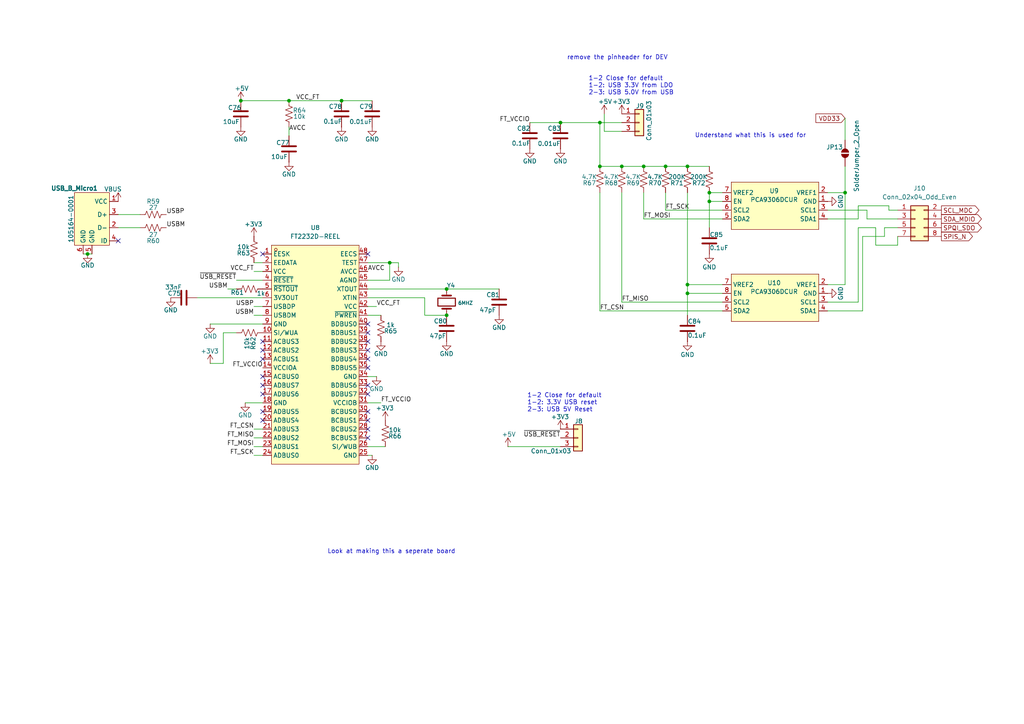
<source format=kicad_sch>
(kicad_sch (version 20250114) (generator "eeschema") (generator_version "9.0")
  (paper "A4")
  (title_block (date "2025-04-01") (rev "1") (company "Bronco Space") (comment 1 "SCALES") (comment 2 "By John Pollak"))
  (lib_symbols
    (symbol "Connector_Generic:Conn_01x03" (pin_names (offset 1.016) (hide yes))
      (property "Reference" "J" (at 0 5.08 0))
      (property "Value" "Conn_01x03" (at 0 -5.08 0))
      (symbol "Conn_01x03_1_1"
        (rectangle (start -1.27 3.81) (end 1.27 -3.81) (stroke (width 0.254)) (fill (type background)))
        (rectangle (start -1.27 2.667) (end 0 2.413) (stroke (width 0.1524)))
        (rectangle (start -1.27 0.127) (end 0 -0.127) (stroke (width 0.1524)))
        (rectangle (start -1.27 -2.413) (end 0 -2.667) (stroke (width 0.1524)))
        (pin passive line (at -5.08 2.54 0) (length 3.81) (name "Pin_1") (number "1"))
        (pin passive line (at -5.08 0 0) (length 3.81) (name "Pin_2") (number "2"))
        (pin passive line (at -5.08 -2.54 0) (length 3.81) (name "Pin_3") (number "3"))
      )
    )
    (symbol "Connector_Generic:Conn_02x04_Odd_Even" (pin_names (offset 1.016) (hide yes))
      (property "Reference" "J" (at 1.27 5.08 0))
      (property "Value" "Conn_02x04_Odd_Even" (at 1.27 -7.62 0))
      (symbol "Conn_02x04_Odd_Even_1_1"
        (rectangle (start -1.27 3.81) (end 3.81 -6.35) (stroke (width 0.254)) (fill (type background)))
        (rectangle (start -1.27 2.667) (end 0 2.413) (stroke (width 0.1524)))
        (rectangle (start -1.27 0.127) (end 0 -0.127) (stroke (width 0.1524)))
        (rectangle (start -1.27 -2.413) (end 0 -2.667) (stroke (width 0.1524)))
        (rectangle (start -1.27 -4.953) (end 0 -5.207) (stroke (width 0.1524)))
        (rectangle (start 3.81 2.667) (end 2.54 2.413) (stroke (width 0.1524)))
        (rectangle (start 3.81 0.127) (end 2.54 -0.127) (stroke (width 0.1524)))
        (rectangle (start 3.81 -2.413) (end 2.54 -2.667) (stroke (width 0.1524)))
        (rectangle (start 3.81 -4.953) (end 2.54 -5.207) (stroke (width 0.1524)))
        (pin passive line (at -5.08 2.54 0) (length 3.81) (name "Pin_1") (number "1"))
        (pin passive line (at -5.08 0 0) (length 3.81) (name "Pin_3") (number "3"))
        (pin passive line (at -5.08 -2.54 0) (length 3.81) (name "Pin_5") (number "5"))
        (pin passive line (at -5.08 -5.08 0) (length 3.81) (name "Pin_7") (number "7"))
        (pin passive line (at 7.62 2.54 180) (length 3.81) (name "Pin_2") (number "2"))
        (pin passive line (at 7.62 0 180) (length 3.81) (name "Pin_4") (number "4"))
        (pin passive line (at 7.62 -2.54 180) (length 3.81) (name "Pin_6") (number "6"))
        (pin passive line (at 7.62 -5.08 180) (length 3.81) (name "Pin_8") (number "8"))
      )
    )
    (symbol "Device:C" (pin_numbers (hide yes)) (pin_names (offset 0.254))
      (property "Reference" "C" (at 0.635 2.54 0))
      (property "Value" "C" (at 0.635 -2.54 0))
      (symbol "C_0_1"
        (polyline (pts (xy -2.032 0.762) (xy 2.032 0.762)) (stroke (width 0.508)))
        (polyline (pts (xy -2.032 -0.762) (xy 2.032 -0.762)) (stroke (width 0.508)))
      )
      (symbol "C_1_1"
        (pin passive line (at 0 3.81 270) (length 2.794) (name "~") (number "1"))
        (pin passive line (at 0 -3.81 90) (length 2.794) (name "~") (number "2"))
      )
    )
    (symbol "Device:Crystal" (pin_numbers (hide yes)) (pin_names (offset 1.016) (hide yes))
      (property "Reference" "Y" (at 0 3.81 0))
      (property "Value" "Crystal" (at 0 -3.81 0))
      (symbol "Crystal_0_1"
        (polyline (pts (xy -2.54 0) (xy -1.905 0)))
        (polyline (pts (xy -1.905 -1.27) (xy -1.905 1.27)) (stroke (width 0.508)))
        (rectangle (start -1.143 2.54) (end 1.143 -2.54) (stroke (width 0.3048)))
        (polyline (pts (xy 1.905 -1.27) (xy 1.905 1.27)) (stroke (width 0.508)))
        (polyline (pts (xy 2.54 0) (xy 1.905 0)))
      )
      (symbol "Crystal_1_1"
        (pin passive line (at -3.81 0 0) (length 1.27) (name "1") (number "1"))
        (pin passive line (at 3.81 0 180) (length 1.27) (name "2") (number "2"))
      )
    )
    (symbol "Device:R_US" (pin_numbers (hide yes)) (pin_names (offset 0))
      (property "Reference" "R" (at 2.54 0 90))
      (property "Value" "R_US" (at -2.54 0 90))
      (symbol "R_US_0_1"
        (polyline (pts (xy 0 2.286) (xy 0 2.54)))
        (polyline (pts (xy 0 2.286) (xy 1.016 1.905) (xy 0 1.524) (xy -1.016 1.143) (xy 0 0.762)))
        (polyline (pts (xy 0 0.762) (xy 1.016 0.381) (xy 0 0) (xy -1.016 -0.381) (xy 0 -0.762)))
        (polyline (pts (xy 0 -0.762) (xy 1.016 -1.143) (xy 0 -1.524) (xy -1.016 -1.905) (xy 0 -2.286)))
        (polyline (pts (xy 0 -2.286) (xy 0 -2.54)))
      )
      (symbol "R_US_1_1"
        (pin passive line (at 0 3.81 270) (length 1.27) (name "~") (number "1"))
        (pin passive line (at 0 -3.81 90) (length 1.27) (name "~") (number "2"))
      )
    )
    (symbol "PCA9306DCUR_1"
      (property "Reference" "U8" (at -0.254 4.318 0))
      (property "Value" "PCA9306DCUR" (at -0.254 1.778 0))
      (symbol "PCA9306DCUR_1_0_1"
        (rectangle (start -12.7 6.86) (end 12.7 -6.86) (fill (type background)))
        (pin unspecified line (at -15.24 3.81 0) (length 2.54) (name "VREF2") (number "7"))
        (pin unspecified line (at -15.24 1.27 0) (length 2.54) (name "EN") (number "8"))
        (pin unspecified line (at -15.24 -1.27 0) (length 2.54) (name "SCL2") (number "6"))
        (pin unspecified line (at -15.24 -3.81 0) (length 2.54) (name "SDA2") (number "5"))
        (pin unspecified line (at 15.24 3.81 180) (length 2.54) (name "VREF1") (number "2"))
        (pin unspecified line (at 15.24 1.27 180) (length 2.54) (name "GND") (number "1"))
        (pin unspecified line (at 15.24 -1.27 180) (length 2.54) (name "SCL1") (number "3"))
        (pin unspecified line (at 15.24 -3.81 180) (length 2.54) (name "SDA1") (number "4"))
      )
    )
    (symbol "SolderJumper_2_Open_1" (pin_numbers (hide yes)) (pin_names (offset 0) (hide yes)) (exclude_from_sim yes) (in_bom no)
      (property "Reference" "JP5" (at 0 -2.286 0))
      (property "Value" "SolderJumper_2_Open" (at 0.762 2.032 0))
      (symbol "SolderJumper_2_Open_1_0_1"
        (polyline (pts (xy -0.254 1.016) (xy -0.254 -1.016)))
        (arc (start -0.254 -1.016) (mid -1.2656 0) (end -0.254 1.016))
        (arc (start -0.254 -1.016) (mid -1.2656 0) (end -0.254 1.016) (fill (type outline)))
        (arc (start 0.254 1.016) (mid 1.2656 0) (end 0.254 -1.016))
        (arc (start 0.254 1.016) (mid 1.2656 0) (end 0.254 -1.016) (fill (type outline)))
        (polyline (pts (xy 0.254 1.016) (xy 0.254 -1.016)))
      )
      (symbol "SolderJumper_2_Open_1_1_1"
        (pin passive line (at -3.81 0 0) (length 2.54) (name "A") (number "1"))
        (pin passive line (at 3.81 0 180) (length 2.54) (name "B") (number "2"))
      )
    )
    (symbol "easyeda2kicad:105164-0001"
      (property "Reference" "USB_B_Micro" (at -3.048 11.176 0))
      (property "Value" "105164-0001" (at -8.636 2.54 90))
      (symbol "105164-0001_0_1"
        (rectangle (start -7.62 10.16) (end 2.54 -5.08) (fill (type background)))
        (pin unspecified line (at -5.08 -7.62 90) (length 2.54) (name "GND") (number "6"))
        (pin unspecified line (at -2.54 -7.62 90) (length 2.54) (name "GND") (number "5"))
        (pin unspecified line (at 5.08 3.81 180) (length 2.54) (name "D+") (number "3"))
        (pin unspecified line (at 5.08 0 180) (length 2.54) (name "D-") (number "2"))
        (pin unspecified line (at 5.08 -3.81 180) (length 2.54) (name "ID") (number "4"))
      )
      (symbol "105164-0001_1_1"
        (pin unspecified line (at 5.08 7.62 180) (length 2.54) (name "VCC") (number "1"))
      )
    )
    (symbol "easyeda2kicad:FT2232D-REEL"
      (property "Reference" "U" (at 0 34.29 0))
      (property "Value" "FT2232D-REEL" (at 0 -34.29 0))
      (symbol "FT2232D-REEL_0_1"
        (rectangle (start -12.7 31.75) (end 12.7 -31.75) (fill (type background)))
        (circle (center -11.43 30.48) (radius 0.38))
        (pin unspecified line (at -15.24 29.21 0) (length 2.54) (name "EESK") (number "1"))
        (pin unspecified line (at -15.24 26.67 0) (length 2.54) (name "EEDATA") (number "2"))
        (pin unspecified line (at -15.24 24.13 0) (length 2.54) (name "VCC") (number "3"))
        (pin unspecified line (at -15.24 21.59 0) (length 2.54) (name "~{RESET}") (number "4"))
        (pin unspecified line (at -15.24 19.05 0) (length 2.54) (name "~{RSTOUT}") (number "5"))
        (pin unspecified line (at -15.24 16.51 0) (length 2.54) (name "3V3OUT") (number "6"))
        (pin unspecified line (at -15.24 13.97 0) (length 2.54) (name "USBDP") (number "7"))
        (pin unspecified line (at -15.24 11.43 0) (length 2.54) (name "USBDM") (number "8"))
        (pin unspecified line (at -15.24 8.89 0) (length 2.54) (name "GND") (number "9"))
        (pin unspecified line (at -15.24 6.35 0) (length 2.54) (name "SI/WUA") (number "10"))
        (pin unspecified line (at -15.24 3.81 0) (length 2.54) (name "ACBUS3") (number "11"))
        (pin unspecified line (at -15.24 1.27 0) (length 2.54) (name "ACBUS2") (number "12"))
        (pin unspecified line (at -15.24 -1.27 0) (length 2.54) (name "ACBUS1") (number "13"))
        (pin unspecified line (at -15.24 -3.81 0) (length 2.54) (name "VCCIOA") (number "14"))
        (pin unspecified line (at -15.24 -6.35 0) (length 2.54) (name "ACBUS0") (number "15"))
        (pin unspecified line (at -15.24 -8.89 0) (length 2.54) (name "ADBUS7") (number "16"))
        (pin unspecified line (at -15.24 -11.43 0) (length 2.54) (name "ADBUS6") (number "17"))
        (pin unspecified line (at -15.24 -13.97 0) (length 2.54) (name "GND") (number "18"))
        (pin unspecified line (at -15.24 -16.51 0) (length 2.54) (name "ADBUS5") (number "19"))
        (pin unspecified line (at -15.24 -19.05 0) (length 2.54) (name "ADBUS4") (number "20"))
        (pin unspecified line (at -15.24 -21.59 0) (length 2.54) (name "ADBUS3") (number "21"))
        (pin unspecified line (at -15.24 -24.13 0) (length 2.54) (name "ADBUS2") (number "22"))
        (pin unspecified line (at -15.24 -26.67 0) (length 2.54) (name "ADBUS1") (number "23"))
        (pin unspecified line (at -15.24 -29.21 0) (length 2.54) (name "ADBUS0") (number "24"))
        (pin unspecified line (at 15.24 29.21 180) (length 2.54) (name "EECS") (number "48"))
        (pin unspecified line (at 15.24 26.67 180) (length 2.54) (name "TEST") (number "47"))
        (pin unspecified line (at 15.24 24.13 180) (length 2.54) (name "AVCC") (number "46"))
        (pin unspecified line (at 15.24 21.59 180) (length 2.54) (name "AGND") (number "45"))
        (pin unspecified line (at 15.24 19.05 180) (length 2.54) (name "XTOUT") (number "44"))
        (pin unspecified line (at 15.24 16.51 180) (length 2.54) (name "XTIN") (number "43"))
        (pin unspecified line (at 15.24 13.97 180) (length 2.54) (name "VCC") (number "42"))
        (pin unspecified line (at 15.24 11.43 180) (length 2.54) (name "~{PWREN}") (number "41"))
        (pin unspecified line (at 15.24 8.89 180) (length 2.54) (name "BDBUS0") (number "40"))
        (pin unspecified line (at 15.24 6.35 180) (length 2.54) (name "BDBUS1") (number "39"))
        (pin unspecified line (at 15.24 3.81 180) (length 2.54) (name "BDBUS2") (number "38"))
        (pin unspecified line (at 15.24 1.27 180) (length 2.54) (name "BDBUS3") (number "37"))
        (pin unspecified line (at 15.24 -1.27 180) (length 2.54) (name "BDBUS4") (number "36"))
        (pin unspecified line (at 15.24 -3.81 180) (length 2.54) (name "BDBUS5") (number "35"))
        (pin unspecified line (at 15.24 -6.35 180) (length 2.54) (name "GND") (number "34"))
        (pin unspecified line (at 15.24 -8.89 180) (length 2.54) (name "BDBUS6") (number "33"))
        (pin unspecified line (at 15.24 -11.43 180) (length 2.54) (name "BDBUS7") (number "32"))
        (pin unspecified line (at 15.24 -13.97 180) (length 2.54) (name "VCCIOB") (number "31"))
        (pin unspecified line (at 15.24 -16.51 180) (length 2.54) (name "BCBUS0") (number "30"))
        (pin unspecified line (at 15.24 -19.05 180) (length 2.54) (name "BCBUS1") (number "29"))
        (pin unspecified line (at 15.24 -21.59 180) (length 2.54) (name "BCBUS2") (number "28"))
        (pin unspecified line (at 15.24 -24.13 180) (length 2.54) (name "BCBUS3") (number "27"))
        (pin unspecified line (at 15.24 -26.67 180) (length 2.54) (name "SI/WUB") (number "26"))
        (pin unspecified line (at 15.24 -29.21 180) (length 2.54) (name "GND") (number "25"))
      )
    )
    (symbol "power:+3V3" (power) (pin_numbers (hide yes)) (pin_names (offset 0) (hide yes))
      (property "Value" "+3V3" (at 0 3.556 0))
      (symbol "+3V3_0_1"
        (polyline (pts (xy -0.762 1.27) (xy 0 2.54)))
        (polyline (pts (xy 0 2.54) (xy 0.762 1.27)))
        (polyline (pts (xy 0 0) (xy 0 2.54)))
      )
      (symbol "+3V3_1_1"
        (pin power_in line (at 0 0 90) (length 0) (name "~") (number "1"))
      )
    )
    (symbol "power:+5V" (power) (pin_numbers (hide yes)) (pin_names (offset 0) (hide yes))
      (property "Value" "+5V" (at 0 3.556 0))
      (symbol "+5V_0_1"
        (polyline (pts (xy -0.762 1.27) (xy 0 2.54)))
        (polyline (pts (xy 0 2.54) (xy 0.762 1.27)))
        (polyline (pts (xy 0 0) (xy 0 2.54)))
      )
      (symbol "+5V_1_1"
        (pin power_in line (at 0 0 90) (length 0) (name "~") (number "1"))
      )
    )
    (symbol "power:GND" (power) (pin_numbers (hide yes)) (pin_names (offset 0) (hide yes))
      (property "Value" "GND" (at 0 -3.81 0))
      (symbol "GND_0_1"
        (polyline (pts (xy 0 0) (xy 0 -1.27) (xy 1.27 -1.27) (xy 0 -2.54) (xy -1.27 -1.27) (xy 0 -1.27)))
      )
      (symbol "GND_1_1"
        (pin power_in line (at 0 0 270) (length 0) (name "~") (number "1"))
      )
    )
    (symbol "power:VPP" (power) (pin_numbers (hide yes)) (pin_names (offset 0) (hide yes))
      (property "Value" "VPP" (at 0 3.556 0))
      (symbol "VPP_0_1"
        (polyline (pts (xy -0.762 1.27) (xy 0 2.54)))
        (polyline (pts (xy 0 2.54) (xy 0.762 1.27)))
        (polyline (pts (xy 0 0) (xy 0 2.54)))
      )
      (symbol "VPP_1_1"
        (pin power_in line (at 0 0 90) (length 0) (name "~") (number "1"))
      )
    )
  )
  (text "Look at making this a seperate board" (at 113.538 160.02 0) (effects (font (size 1.27 1.27))))
  (text "1-2 Close for default\n1-2: USB 3.3V from LDO\n2-3: USB 5.0V from USB\n" (at 170.688 24.892 0) (effects (font (size 1.27 1.27)) (justify left)))
  (text "Understand what this is used for" (at 217.678 39.37 0) (effects (font (size 1.27 1.27))))
  (text "remove the pinheader for DEV" (at 179.07 16.764 0) (effects (font (size 1.27 1.27))))
  (text "1-2 Close for default\n1-2: 3.3V USB reset\n2-3: USB 5V Reset\n\n" (at 152.908 117.856 0) (effects (font (size 1.27 1.27)) (justify left)))
  (junction (at 205.74 55.88))
  (junction (at 193.04 48.26))
  (junction (at 25.4 73.66))
  (junction (at 199.39 82.55))
  (junction (at 199.39 85.09))
  (junction (at 173.99 35.56))
  (junction (at 199.39 48.26))
  (junction (at 69.85 29.21))
  (junction (at 205.74 58.42))
  (junction (at 129.54 91.44))
  (junction (at 83.82 29.21))
  (junction (at 99.06 29.21))
  (junction (at 113.03 76.2))
  (junction (at 162.56 35.56))
  (junction (at 180.34 48.26))
  (junction (at 173.99 48.26))
  (junction (at 186.69 48.26))
  (junction (at 245.11 55.88))
  (junction (at 129.54 83.82))
  (no_connect (at 76.2 104.14))
  (no_connect (at 106.68 93.98))
  (no_connect (at 76.2 121.92))
  (no_connect (at 106.68 121.92))
  (no_connect (at 106.68 127))
  (no_connect (at 106.68 119.38))
  (no_connect (at 106.68 104.14))
  (no_connect (at 106.68 124.46))
  (no_connect (at 106.68 73.66))
  (no_connect (at 106.68 106.68))
  (no_connect (at 76.2 114.3))
  (no_connect (at 76.2 109.22))
  (no_connect (at 76.2 101.6))
  (no_connect (at 106.68 99.06))
  (no_connect (at 76.2 99.06))
  (no_connect (at 34.29 69.85))
  (no_connect (at 106.68 111.76))
  (no_connect (at 106.68 101.6))
  (no_connect (at 106.68 114.3))
  (no_connect (at 76.2 73.66))
  (no_connect (at 76.2 111.76))
  (no_connect (at 106.68 96.52))
  (no_connect (at 76.2 119.38))
  (wire (pts (xy 69.85 29.21) (xy 83.82 29.21)))
  (wire (pts (xy 73.66 91.44) (xy 76.2 91.44)))
  (wire (pts (xy 66.04 83.82) (xy 68.58 83.82)))
  (wire (pts (xy 245.11 34.29) (xy 245.11 40.64)))
  (wire (pts (xy 106.68 83.82) (xy 129.54 83.82)))
  (wire (pts (xy 254 71.12) (xy 260.35 71.12)))
  (wire (pts (xy 106.68 76.2) (xy 113.03 76.2)))
  (wire (pts (xy 260.35 71.12) (xy 260.35 68.58)))
  (wire (pts (xy 250.19 68.58) (xy 256.54 68.58)))
  (wire (pts (xy 209.55 58.42) (xy 205.74 58.42)))
  (wire (pts (xy 60.96 93.98) (xy 76.2 93.98)))
  (wire (pts (xy 106.68 91.44) (xy 110.49 91.44)))
  (wire (pts (xy 248.92 59.69) (xy 257.81 59.69)))
  (wire (pts (xy 199.39 85.09) (xy 209.55 85.09)))
  (wire (pts (xy 173.99 35.56) (xy 173.99 48.26)))
  (wire (pts (xy 73.66 129.54) (xy 76.2 129.54)))
  (wire (pts (xy 245.11 48.26) (xy 245.11 55.88)))
  (wire (pts (xy 34.29 62.23) (xy 40.64 62.23)))
  (wire (pts (xy 251.46 60.96) (xy 251.46 63.5)))
  (wire (pts (xy 260.35 66.04) (xy 256.54 66.04)))
  (wire (pts (xy 173.99 35.56) (xy 180.34 35.56)))
  (wire (pts (xy 147.32 129.54) (xy 162.56 129.54)))
  (wire (pts (xy 199.39 85.09) (xy 199.39 91.44)))
  (wire (pts (xy 173.99 90.17) (xy 209.55 90.17)))
  (wire (pts (xy 73.66 132.08) (xy 76.2 132.08)))
  (wire (pts (xy 248.92 63.5) (xy 248.92 59.69)))
  (wire (pts (xy 205.74 58.42) (xy 205.74 55.88)))
  (wire (pts (xy 24.13 73.66) (xy 25.4 73.66)))
  (wire (pts (xy 73.66 124.46) (xy 76.2 124.46)))
  (wire (pts (xy 240.03 63.5) (xy 248.92 63.5)))
  (wire (pts (xy 106.68 81.28) (xy 113.03 81.28)))
  (wire (pts (xy 153.67 35.56) (xy 162.56 35.56)))
  (wire (pts (xy 162.56 35.56) (xy 173.99 35.56)))
  (wire (pts (xy 193.04 60.96) (xy 193.04 55.88)))
  (wire (pts (xy 257.81 59.69) (xy 257.81 60.96)))
  (wire (pts (xy 248.92 66.04) (xy 254 66.04)))
  (wire (pts (xy 199.39 82.55) (xy 199.39 85.09)))
  (wire (pts (xy 199.39 48.26) (xy 193.04 48.26)))
  (wire (pts (xy 106.68 109.22) (xy 109.22 109.22)))
  (wire (pts (xy 25.4 73.66) (xy 26.67 73.66)))
  (wire (pts (xy 106.68 86.36) (xy 123.19 86.36)))
  (wire (pts (xy 107.95 132.08) (xy 106.68 132.08)))
  (wire (pts (xy 106.68 129.54) (xy 111.76 129.54)))
  (wire (pts (xy 240.03 60.96) (xy 251.46 60.96)))
  (wire (pts (xy 248.92 87.63) (xy 240.03 87.63)))
  (wire (pts (xy 109.22 88.9) (xy 106.68 88.9)))
  (wire (pts (xy 186.69 48.26) (xy 180.34 48.26)))
  (wire (pts (xy 73.66 78.74) (xy 76.2 78.74)))
  (wire (pts (xy 245.11 55.88) (xy 245.11 82.55)))
  (wire (pts (xy 115.57 76.2) (xy 115.57 77.47)))
  (wire (pts (xy 209.55 60.96) (xy 193.04 60.96)))
  (wire (pts (xy 175.26 38.1) (xy 180.34 38.1)))
  (wire (pts (xy 34.29 66.04) (xy 40.64 66.04)))
  (wire (pts (xy 99.06 29.21) (xy 107.95 29.21)))
  (wire (pts (xy 240.03 55.88) (xy 245.11 55.88)))
  (wire (pts (xy 251.46 63.5) (xy 260.35 63.5)))
  (wire (pts (xy 73.66 88.9) (xy 76.2 88.9)))
  (wire (pts (xy 113.03 81.28) (xy 113.03 76.2)))
  (wire (pts (xy 180.34 55.88) (xy 180.34 87.63)))
  (wire (pts (xy 209.55 63.5) (xy 186.69 63.5)))
  (wire (pts (xy 129.54 83.82) (xy 144.78 83.82)))
  (wire (pts (xy 180.34 87.63) (xy 209.55 87.63)))
  (wire (pts (xy 175.26 33.02) (xy 175.26 38.1)))
  (wire (pts (xy 113.03 76.2) (xy 115.57 76.2)))
  (wire (pts (xy 83.82 29.21) (xy 99.06 29.21)))
  (wire (pts (xy 250.19 90.17) (xy 240.03 90.17)))
  (wire (pts (xy 110.49 116.84) (xy 106.68 116.84)))
  (wire (pts (xy 83.82 39.37) (xy 83.82 36.83)))
  (wire (pts (xy 205.74 66.04) (xy 205.74 58.42)))
  (wire (pts (xy 193.04 48.26) (xy 186.69 48.26)))
  (wire (pts (xy 199.39 82.55) (xy 209.55 82.55)))
  (wire (pts (xy 73.66 127) (xy 76.2 127)))
  (wire (pts (xy 256.54 66.04) (xy 256.54 68.58)))
  (wire (pts (xy 57.15 86.36) (xy 76.2 86.36)))
  (wire (pts (xy 64.77 105.41) (xy 60.96 105.41)))
  (wire (pts (xy 71.12 116.84) (xy 76.2 116.84)))
  (wire (pts (xy 173.99 55.88) (xy 173.99 90.17)))
  (wire (pts (xy 123.19 91.44) (xy 129.54 91.44)))
  (wire (pts (xy 68.58 96.52) (xy 64.77 96.52)))
  (wire (pts (xy 199.39 48.26) (xy 205.74 48.26)))
  (wire (pts (xy 123.19 86.36) (xy 123.19 91.44)))
  (wire (pts (xy 250.19 68.58) (xy 250.19 90.17)))
  (wire (pts (xy 68.58 81.28) (xy 76.2 81.28)))
  (wire (pts (xy 240.03 82.55) (xy 245.11 82.55)))
  (wire (pts (xy 180.34 48.26) (xy 173.99 48.26)))
  (wire (pts (xy 257.81 60.96) (xy 260.35 60.96)))
  (wire (pts (xy 254 66.04) (xy 254 71.12)))
  (wire (pts (xy 73.66 76.2) (xy 76.2 76.2)))
  (wire (pts (xy 199.39 55.88) (xy 199.39 82.55)))
  (wire (pts (xy 64.77 96.52) (xy 64.77 105.41)))
  (wire (pts (xy 209.55 55.88) (xy 205.74 55.88)))
  (wire (pts (xy 248.92 66.04) (xy 248.92 87.63)))
  (wire (pts (xy 186.69 63.5) (xy 186.69 55.88)))
  (label "FT_SCK" (at 73.66 132.08 180))
  (label "FT_SCK" (at 193.04 60.96 0))
  (label "FT_MOSI" (at 186.69 63.5 0))
  (label "FT_CSN" (at 73.66 124.46 180))
  (label "FT_VCCIO" (at 110.49 116.84 0))
  (label "VCC_FT" (at 73.66 78.74 180))
  (label "FT_CSN" (at 173.99 90.17 0))
  (label "FT_MISO" (at 180.34 87.63 0))
  (label "VCC_FT" (at 92.71 29.21 180))
  (label "VCC_FT" (at 109.22 88.9 0))
  (label "FT_VCCIO" (at 76.2 106.68 180))
  (label "~{USB_RESET}" (at 68.58 81.28 180))
  (label "USBM" (at 66.04 83.82 180))
  (label "~{USB_RESET}" (at 162.56 127 180))
  (label "USBP" (at 48.26 62.23 0))
  (label "USBM" (at 48.26 66.04 0))
  (label "USBP" (at 73.66 88.9 180))
  (label "FT_VCCIO" (at 153.67 35.56 180))
  (label "AVCC" (at 106.68 78.74 0))
  (label "FT_MISO" (at 73.66 127 180))
  (label "USBM" (at 73.66 91.44 180))
  (label "AVCC" (at 83.82 38.1 0))
  (label "FT_MOSI" (at 73.66 129.54 180))
  (global_label "SCL_MDC" (shape output) (at 273.05 60.96 0) (property "Intersheetrefs" "${INTERSHEET_REFS}" (effects (hide yes))))
  (global_label "VDD33" (shape input) (at 245.11 34.29 180) (property "Intersheetrefs" "${INTERSHEET_REFS}" (effects (hide yes))))
  (global_label "SPQI_SDO" (shape output) (at 273.05 66.04 0) (property "Intersheetrefs" "${INTERSHEET_REFS}" (effects (hide yes))))
  (global_label "SDA_MDIO" (shape output) (at 273.05 63.5 0) (property "Intersheetrefs" "${INTERSHEET_REFS}" (effects (hide yes))))
  (global_label "SPIS_N" (shape output) (at 273.05 68.58 0) (property "Intersheetrefs" "${INTERSHEET_REFS}" (effects (hide yes))))
  (symbol (lib_id "power:GND") (at 69.85 36.83 0) (unit 1)
    (property "Reference" "#PWR0134" (effects (hide yes)))
    (property "Value" "GND" (at 71.882 40.386 0) (effects (justify right)))
    (property "Description" "Power symbol creates a global label with name \"GND\" , ground" (effects (hide yes)))
  )
  (symbol (lib_id "Device:R_US") (at 44.45 62.23 90) (unit 1)
    (property "Reference" "R59" (at 44.45 58.42 90))
    (property "Value" "27" (at 44.45 60.198 90))
    (property "Footprint" "Resistor_SMD:R_0603_1608Metric" (effects (hide yes)))
    (property "Description" "Resistor, US symbol" (effects (hide yes)))
  )
  (symbol (lib_id "Device:R_US") (at 205.74 52.07 0) (unit 1)
    (property "Reference" "R72" (at 202.692 53.086 0))
    (property "Value" "200K" (at 202.692 51.308 0))
    (property "Footprint" "Resistor_SMD:R_0603_1608Metric" (effects (hide yes)))
    (property "Description" "Resistor, US symbol" (effects (hide yes)))
  )
  (symbol (lib_id "Device:C") (at 205.74 69.85 180) (unit 1)
    (property "Reference" "C85" (at 207.772 68.072 0))
    (property "Value" "0.1uF" (at 208.534 71.882 0))
    (property "Footprint" "Capacitor_SMD:C_0402_1005Metric" (effects (hide yes)))
    (property "Description" "Unpolarized capacitor" (effects (hide yes)))
  )
  (symbol (lib_id "power:GND") (at 60.96 93.98 0) (unit 1)
    (property "Reference" "#PWR0131" (effects (hide yes)))
    (property "Value" "GND" (at 62.992 97.536 0) (effects (justify right)))
    (property "Description" "Power symbol creates a global label with name \"GND\" , ground" (effects (hide yes)))
  )
  (symbol (lib_id "power:GND") (at 153.67 43.18 0) (unit 1)
    (property "Reference" "#PWR0148" (effects (hide yes)))
    (property "Value" "GND" (at 155.702 46.736 0) (effects (justify right)))
    (property "Description" "Power symbol creates a global label with name \"GND\" , ground" (effects (hide yes)))
  )
  (symbol (lib_id "Device:Crystal") (at 129.54 87.63 90) (unit 1)
    (property "Reference" "Y4" (at 129.54 82.804 90) (effects (justify right)))
    (property "Value" "6MHZ" (at 132.842 87.884 90) (effects (font (size 1.016 1.016)) (justify right)))
    (property "Footprint" "Crystal:Crystal_SMD_2012-2Pin_2.0x1.2mm" (effects (hide yes)))
    (property "Description" "Two pin crystal" (effects (hide yes)))
  )
  (symbol (lib_id "power:+3V3") (at 162.56 124.46 0) (unit 1)
    (property "Reference" "#PWR0150" (effects (hide yes)))
    (property "Value" "+3V3" (at 159.766 120.904 0) (effects (justify left)))
    (property "Description" "Power symbol creates a global label with name \"+3V3\"" (effects (hide yes)))
  )
  (symbol (lib_id "Device:C") (at 69.85 33.02 0) (unit 1)
    (property "Reference" "C76" (at 68.072 31.242 0))
    (property "Value" "10uF" (at 67.056 35.306 0))
    (property "Footprint" "Capacitor_SMD:C_0402_1005Metric" (effects (hide yes)))
    (property "Description" "Unpolarized capacitor" (effects (hide yes)))
  )
  (symbol (lib_id "Device:C") (at 199.39 95.25 180) (unit 1)
    (property "Reference" "C84" (at 201.422 93.218 0))
    (property "Value" "0.1uF" (at 202.184 97.282 0))
    (property "Footprint" "Capacitor_SMD:C_0402_1005Metric" (effects (hide yes)))
    (property "Description" "Unpolarized capacitor" (effects (hide yes)))
  )
  (symbol (lib_id "Device:C") (at 107.95 33.02 180) (unit 1)
    (property "Reference" "C79" (at 106.1658 30.9041 0))
    (property "Value" "0.01uF" (at 104.648 35.306 0))
    (property "Footprint" "Capacitor_SMD:C_0402_1005Metric" (effects (hide yes)))
    (property "Description" "Unpolarized capacitor" (effects (hide yes)))
  )
  (symbol (lib_id "power:+3V3") (at 180.34 33.02 0) (unit 1)
    (property "Reference" "#PWR0152" (effects (hide yes)))
    (property "Value" "+3V3" (at 177.546 29.464 0) (effects (justify left)))
    (property "Description" "Power symbol creates a global label with name \"+3V3\"" (effects (hide yes)))
  )
  (symbol (lib_id "power:GND") (at 25.4 73.66 0) (unit 1)
    (property "Reference" "#PWR0128" (effects (hide yes)))
    (property "Value" "GND" (at 25.4 76.962 0))
    (property "Description" "Power symbol creates a global label with name \"GND\" , ground" (effects (hide yes)))
  )
  (symbol (lib_id "power:GND") (at 240.03 85.09 90) (unit 1)
    (property "Reference" "#PWR0156" (effects (hide yes)))
    (property "Value" "GND" (at 243.84 85.09 0))
    (property "Description" "Power symbol creates a global label with name \"GND\" , ground" (effects (hide yes)))
  )
  (symbol (lib_id "Device:C") (at 99.06 33.02 180) (unit 1)
    (property "Reference" "C78" (at 97.2758 30.9041 0))
    (property "Value" "0.1uF" (at 96.5138 35.2221 0))
    (property "Footprint" "Capacitor_SMD:C_0402_1005Metric" (effects (hide yes)))
    (property "Description" "Unpolarized capacitor" (effects (hide yes)))
  )
  (symbol (lib_id "power:+5V") (at 147.32 129.54 0) (unit 1)
    (property "Reference" "#PWR0147" (effects (hide yes)))
    (property "Value" "+5V" (at 147.574 125.984 0))
    (property "Description" "Power symbol creates a global label with name \"+5V\"" (effects (hide yes)))
  )
  (symbol (lib_id "Device:R_US") (at 110.49 95.25 0) (unit 1)
    (property "Reference" "R65" (at 113.284 96.012 0))
    (property "Value" "1k" (at 113.284 94.234 0))
    (property "Footprint" "Resistor_SMD:R_0603_1608Metric" (effects (hide yes)))
    (property "Description" "Resistor, US symbol" (effects (hide yes)))
  )
  (symbol (lib_id "Device:R_US") (at 180.34 52.07 0) (unit 1)
    (property "Reference" "R68" (at 177.292 53.086 0))
    (property "Value" "4.7K" (at 177.292 51.308 0))
    (property "Footprint" "Resistor_SMD:R_0603_1608Metric" (effects (hide yes)))
    (property "Description" "Resistor, US symbol" (effects (hide yes)))
  )
  (symbol (lib_id "Device:R_US") (at 72.39 96.52 90) (unit 1)
    (property "Reference" "R62" (at 73.406 99.568 0))
    (property "Value" "10k" (at 71.628 99.568 0))
    (property "Footprint" "Resistor_SMD:R_0603_1608Metric" (effects (hide yes)))
    (property "Description" "Resistor, US symbol" (effects (hide yes)))
  )
  (symbol (lib_id "Device:R_US") (at 111.76 125.73 0) (unit 1)
    (property "Reference" "R66" (at 114.554 126.492 0))
    (property "Value" "10k" (at 114.554 124.714 0))
    (property "Footprint" "Resistor_SMD:R_0603_1608Metric" (effects (hide yes)))
    (property "Description" "Resistor, US symbol" (effects (hide yes)))
  )
  (symbol (lib_id "power:GND") (at 71.12 116.84 0) (unit 1)
    (property "Reference" "#PWR0135" (effects (hide yes)))
    (property "Value" "GND" (at 73.152 120.396 0) (effects (justify right)))
    (property "Description" "Power symbol creates a global label with name \"GND\" , ground" (effects (hide yes)))
  )
  (symbol (lib_id "power:+3V3") (at 111.76 121.92 0) (unit 1)
    (property "Reference" "#PWR0143" (effects (hide yes)))
    (property "Value" "+3V3" (at 108.966 118.364 0) (effects (justify left)))
    (property "Description" "Power symbol creates a global label with name \"+3V3\"" (effects (hide yes)))
  )
  (symbol (lib_id "Connector_Generic:Conn_01x03") (at 167.64 127 0) (unit 1)
    (property "Reference" "J8" (at 166.624 122.174 0) (effects (justify left)))
    (property "Value" "Conn_01x03" (at 153.924 130.81 0) (effects (justify left)))
    (property "Footprint" "Connector_Molex:Molex_KK-396_A-41791-0003_1x03_P3.96mm_Vertical" (effects (hide yes)))
    (property "Description" "Generic connector, single row, 01x03, script generated (kicad-library-utils/schlib/autogen/connector/)" (effects (hide yes)))
  )
  (symbol (lib_id "Device:R_US") (at 186.69 52.07 0) (unit 1)
    (property "Reference" "R69" (at 183.642 53.086 0))
    (property "Value" "4.7K" (at 183.642 51.308 0))
    (property "Footprint" "Resistor_SMD:R_0603_1608Metric" (effects (hide yes)))
    (property "Description" "Resistor, US symbol" (effects (hide yes)))
  )
  (symbol (lib_id "power:GND") (at 107.95 132.08 0) (unit 1)
    (property "Reference" "#PWR0140" (effects (hide yes)))
    (property "Value" "GND" (at 109.982 135.636 0) (effects (justify right)))
    (property "Description" "Power symbol creates a global label with name \"GND\" , ground" (effects (hide yes)))
  )
  (symbol (lib_id "power:+3V3") (at 60.96 105.41 0) (unit 1)
    (property "Reference" "#PWR0132" (effects (hide yes)))
    (property "Value" "+3V3" (at 58.166 101.854 0) (effects (justify left)))
    (property "Description" "Power symbol creates a global label with name \"+3V3\"" (effects (hide yes)))
  )
  (symbol (lib_id "power:GND") (at 109.22 109.22 0) (unit 1)
    (property "Reference" "#PWR0141" (effects (hide yes)))
    (property "Value" "GND" (at 111.252 112.776 0) (effects (justify right)))
    (property "Description" "Power symbol creates a global label with name \"GND\" , ground" (effects (hide yes)))
  )
  (symbol (lib_id "easyeda2kicad:105164-0001") (at 29.21 66.04 0) (unit 1)
    (property "Reference" "USB_B_Micro1" (at 21.59 54.61 0) (effects (font (thickness 0.254) (bold yes))))
    (property "Value" "105164-0001" (at 20.574 63.5 90))
    (property "Footprint" "easyeda2kicad:MICRO-USB-SMD_5P-P0.65-H-F_105164-0001" (effects (hide yes)))
    (property "Datasheet" "https://lcsc.com/product-detail/Others_MOLEX_105164-0001_MOLEX-105164-0001_C234179.html" (effects (hide yes)))
    (property "LCSC Part" "C234179" (effects (hide yes)))
  )
  (symbol (lib_id "Device:C") (at 162.56 39.37 180) (unit 1)
    (property "Reference" "C83" (at 160.7758 37.2541 0))
    (property "Value" "0.01uF" (at 159.258 41.656 0))
    (property "Footprint" "Capacitor_SMD:C_0402_1005Metric" (effects (hide yes)))
    (property "Description" "Unpolarized capacitor" (effects (hide yes)))
  )
  (symbol (lib_id "power:VPP") (at 34.29 58.42 0) (unit 1)
    (property "Reference" "#PWR0129" (effects (hide yes)))
    (property "Value" "VBUS" (at 32.766 54.864 0))
    (property "Description" "Power symbol creates a global label with name \"VPP\"" (effects (hide yes)))
  )
  (symbol (lib_name "PCA9306DCUR_1") (lib_id "easyeda2kicad:PCA9306DCUR") (at 224.79 86.36 0) (unit 1)
    (property "Reference" "U10" (at 224.536 82.042 0))
    (property "Value" "PCA9306DCUR" (at 224.536 84.582 0))
    (property "Footprint" "easyeda2kicad:SSOP-8_L2.0-W2.3-P0.50-LS3.1-BR" (effects (hide yes)))
    (property "Datasheet" "https://lcsc.com/product-detail/Interface-ICs_TI_PCA9306DCUR_PCA9306DCUR_C33196.html" (effects (hide yes)))
    (property "LCSC Part" "C33196" (effects (hide yes)))
  )
  (symbol (lib_id "power:GND") (at 110.49 99.06 0) (unit 1)
    (property "Reference" "#PWR0142" (effects (hide yes)))
    (property "Value" "GND" (at 112.522 102.616 0) (effects (justify right)))
    (property "Description" "Power symbol creates a global label with name \"GND\" , ground" (effects (hide yes)))
  )
  (symbol (lib_id "Device:R_US") (at 72.39 83.82 90) (unit 1)
    (property "Reference" "R61" (at 68.834 84.836 90))
    (property "Value" "1k" (at 75.692 85.09 90))
    (property "Footprint" "Resistor_SMD:R_0603_1608Metric" (effects (hide yes)))
    (property "Description" "Resistor, US symbol" (effects (hide yes)))
  )
  (symbol (lib_id "power:GND") (at 240.03 58.42 90) (unit 1)
    (property "Reference" "#PWR0155" (effects (hide yes)))
    (property "Value" "GND" (at 243.84 58.42 0))
    (property "Description" "Power symbol creates a global label with name \"GND\" , ground" (effects (hide yes)))
  )
  (symbol (lib_id "power:GND") (at 144.78 91.44 0) (unit 1)
    (property "Reference" "#PWR0146" (effects (hide yes)))
    (property "Value" "GND" (at 146.812 94.996 0) (effects (justify right)))
    (property "Description" "Power symbol creates a global label with name \"GND\" , ground" (effects (hide yes)))
  )
  (symbol (lib_id "power:GND") (at 199.39 99.06 0) (unit 1)
    (property "Reference" "#PWR0153" (effects (hide yes)))
    (property "Value" "GND" (at 199.39 102.87 0))
    (property "Description" "Power symbol creates a global label with name \"GND\" , ground" (effects (hide yes)))
  )
  (symbol (lib_id "Device:C") (at 144.78 87.63 180) (unit 1)
    (property "Reference" "C81" (at 142.9958 85.5141 0))
    (property "Value" "47pF" (at 141.478 89.916 0))
    (property "Footprint" "Capacitor_SMD:C_0402_1005Metric" (effects (hide yes)))
    (property "Description" "Unpolarized capacitor" (effects (hide yes)))
  )
  (symbol (lib_id "Device:R_US") (at 73.66 72.39 0) (unit 1)
    (property "Reference" "R63" (at 70.612 73.406 0))
    (property "Value" "10k" (at 70.612 71.628 0))
    (property "Footprint" "Resistor_SMD:R_0603_1608Metric" (effects (hide yes)))
    (property "Description" "Resistor, US symbol" (effects (hide yes)))
  )
  (symbol (lib_id "power:GND") (at 99.06 36.83 0) (unit 1)
    (property "Reference" "#PWR0138" (effects (hide yes)))
    (property "Value" "GND" (at 101.092 40.386 0) (effects (justify right)))
    (property "Description" "Power symbol creates a global label with name \"GND\" , ground" (effects (hide yes)))
  )
  (symbol (lib_id "Device:R_US") (at 173.99 52.07 0) (unit 1)
    (property "Reference" "R67" (at 170.942 53.086 0))
    (property "Value" "4.7K" (at 170.942 51.308 0))
    (property "Footprint" "Resistor_SMD:R_0603_1608Metric" (effects (hide yes)))
    (property "Description" "Resistor, US symbol" (effects (hide yes)))
  )
  (symbol (lib_id "power:GND") (at 107.95 36.83 0) (unit 1)
    (property "Reference" "#PWR0139" (effects (hide yes)))
    (property "Value" "GND" (at 109.982 40.386 0) (effects (justify right)))
    (property "Description" "Power symbol creates a global label with name \"GND\" , ground" (effects (hide yes)))
  )
  (symbol (lib_id "power:GND") (at 162.56 43.18 0) (unit 1)
    (property "Reference" "#PWR0149" (effects (hide yes)))
    (property "Value" "GND" (at 164.592 46.736 0) (effects (justify right)))
    (property "Description" "Power symbol creates a global label with name \"GND\" , ground" (effects (hide yes)))
  )
  (symbol (lib_id "Device:R_US") (at 83.82 33.02 180) (unit 1)
    (property "Reference" "R64" (at 86.868 32.004 0))
    (property "Value" "10k" (at 86.868 33.782 0))
    (property "Footprint" "Resistor_SMD:R_0603_1608Metric" (effects (hide yes)))
    (property "Description" "Resistor, US symbol" (effects (hide yes)))
  )
  (symbol (lib_name "SolderJumper_2_Open_1") (lib_id "Jumper:SolderJumper_2_Open") (at 245.11 44.45 270) (unit 1)
    (property "Reference" "JP13" (at 242.062 42.672 90))
    (property "Value" "SolderJumper_2_Open" (at 248.412 45.212 0))
    (property "Footprint" "Jumper:SolderJumper-2_P1.3mm_Open_RoundedPad1.0x1.5mm" (effects (hide yes)))
    (property "Description" "Solder Jumper, 2-pole, open" (effects (hide yes)))
  )
  (symbol (lib_id "easyeda2kicad:FT2232D-REEL") (at 91.44 102.87 0) (unit 1)
    (property "Reference" "U8" (at 91.44 66.04 0))
    (property "Value" "FT2232D-REEL" (at 91.44 68.58 0))
    (property "Footprint" "easyeda2kicad:LQFP-48_L7.0-W7.0-P0.50-LS9.0-BL" (effects (hide yes)))
    (property "Datasheet" "https://lcsc.com/product-detail/Interface-Controllers_FTDI-Future-Designs_FT2232D-REEL_FTDI-Future-Designs-FT2232D-REEL_C428116.html" (effects (hide yes)))
    (property "LCSC Part" "C428116" (effects (hide yes)))
  )
  (symbol (lib_id "Device:R_US") (at 199.39 52.07 0) (unit 1)
    (property "Reference" "R71" (at 196.342 53.086 0))
    (property "Value" "200K" (at 196.342 51.308 0))
    (property "Footprint" "Resistor_SMD:R_0603_1608Metric" (effects (hide yes)))
    (property "Description" "Resistor, US symbol" (effects (hide yes)))
  )
  (symbol (lib_id "Connector_Generic:Conn_01x03") (at 185.42 35.56 0) (unit 1)
    (property "Reference" "J9" (at 184.404 30.734 0) (effects (justify left)))
    (property "Value" "Conn_01x03" (at 188.214 40.894 90) (effects (justify left)))
    (property "Footprint" "Connector_Molex:Molex_KK-396_A-41791-0003_1x03_P3.96mm_Vertical" (effects (hide yes)))
    (property "Description" "Generic connector, single row, 01x03, script generated (kicad-library-utils/schlib/autogen/connector/)" (effects (hide yes)))
  )
  (symbol (lib_id "power:GND") (at 83.82 46.99 0) (unit 1)
    (property "Reference" "#PWR0137" (effects (hide yes)))
    (property "Value" "GND" (at 85.852 50.546 0) (effects (justify right)))
    (property "Description" "Power symbol creates a global label with name \"GND\" , ground" (effects (hide yes)))
  )
  (symbol (lib_id "Device:R_US") (at 44.45 66.04 90) (unit 1)
    (property "Reference" "R60" (at 44.45 69.85 90))
    (property "Value" "27" (at 44.45 68.072 90))
    (property "Footprint" "Resistor_SMD:R_0603_1608Metric" (effects (hide yes)))
    (property "Description" "Resistor, US symbol" (effects (hide yes)))
  )
  (symbol (lib_id "power:GND") (at 49.53 86.36 0) (unit 1)
    (property "Reference" "#PWR0130" (effects (hide yes)))
    (property "Value" "GND" (at 51.562 89.916 0) (effects (justify right)))
    (property "Description" "Power symbol creates a global label with name \"GND\" , ground" (effects (hide yes)))
  )
  (symbol (lib_id "power:+3V3") (at 73.66 68.58 0) (unit 1)
    (property "Reference" "#PWR0136" (effects (hide yes)))
    (property "Value" "+3V3" (at 70.866 65.024 0) (effects (justify left)))
    (property "Description" "Power symbol creates a global label with name \"+3V3\"" (effects (hide yes)))
  )
  (symbol (lib_id "power:+5V") (at 175.26 33.02 0) (unit 1)
    (property "Reference" "#PWR0151" (effects (hide yes)))
    (property "Value" "+5V" (at 175.514 29.464 0))
    (property "Description" "Power symbol creates a global label with name \"+5V\"" (effects (hide yes)))
  )
  (symbol (lib_id "Device:R_US") (at 193.04 52.07 0) (unit 1)
    (property "Reference" "R70" (at 189.992 53.086 0))
    (property "Value" "4.7K" (at 189.992 51.308 0))
    (property "Footprint" "Resistor_SMD:R_0603_1608Metric" (effects (hide yes)))
    (property "Description" "Resistor, US symbol" (effects (hide yes)))
  )
  (symbol (lib_id "Connector_Generic:Conn_02x04_Odd_Even") (at 265.43 63.5 0) (unit 1)
    (property "Reference" "J10" (at 266.7 54.61 0))
    (property "Value" "Conn_02x04_Odd_Even" (at 266.7 57.15 0))
    (property "Footprint" "Connector_Molex:Molex_Mini-Fit_Jr_5566-08A_2x04_P4.20mm_Vertical" (effects (hide yes)))
    (property "Description" "Generic connector, double row, 02x04, odd/even pin numbering scheme (row 1 odd numbers, row 2 even numbers), script generated (kicad-library-utils/schlib/autogen/connector/)" (effects (hide yes)))
  )
  (symbol (lib_name "PCA9306DCUR_1") (lib_id "easyeda2kicad:PCA9306DCUR") (at 224.79 59.69 0) (unit 1)
    (property "Reference" "U9" (at 224.536 55.372 0))
    (property "Value" "PCA9306DCUR" (at 224.536 57.912 0))
    (property "Footprint" "easyeda2kicad:SSOP-8_L2.0-W2.3-P0.50-LS3.1-BR" (effects (hide yes)))
    (property "Datasheet" "https://lcsc.com/product-detail/Interface-ICs_TI_PCA9306DCUR_PCA9306DCUR_C33196.html" (effects (hide yes)))
    (property "LCSC Part" "C33196" (effects (hide yes)))
  )
  (symbol (lib_id "Device:C") (at 129.54 95.25 180) (unit 1)
    (property "Reference" "C80" (at 127.7558 93.1341 0))
    (property "Value" "47pF" (at 126.9938 97.4521 0))
    (property "Footprint" "Capacitor_SMD:C_0402_1005Metric" (effects (hide yes)))
    (property "Description" "Unpolarized capacitor" (effects (hide yes)))
  )
  (symbol (lib_id "Device:C") (at 53.34 86.36 270) (unit 1)
    (property "Reference" "C75" (at 50.546 85.09 90))
    (property "Value" "33nF" (at 50.292 83.312 90))
    (property "Footprint" "Capacitor_SMD:C_0402_1005Metric" (effects (hide yes)))
    (property "Description" "Unpolarized capacitor" (effects (hide yes)))
  )
  (symbol (lib_id "power:GND") (at 129.54 99.06 0) (unit 1)
    (property "Reference" "#PWR0145" (effects (hide yes)))
    (property "Value" "GND" (at 131.572 102.616 0) (effects (justify right)))
    (property "Description" "Power symbol creates a global label with name \"GND\" , ground" (effects (hide yes)))
  )
  (symbol (lib_id "Device:C") (at 83.82 43.18 0) (unit 1)
    (property "Reference" "C77" (at 82.042 41.402 0))
    (property "Value" "10uF" (at 81.026 45.466 0))
    (property "Footprint" "Capacitor_SMD:C_0402_1005Metric" (effects (hide yes)))
    (property "Description" "Unpolarized capacitor" (effects (hide yes)))
  )
  (symbol (lib_id "power:+5V") (at 69.85 29.21 0) (unit 1)
    (property "Reference" "#PWR0133" (effects (hide yes)))
    (property "Value" "+5V" (at 70.104 25.654 0))
    (property "Description" "Power symbol creates a global label with name \"+5V\"" (effects (hide yes)))
  )
  (symbol (lib_id "power:GND") (at 205.74 73.66 0) (unit 1)
    (property "Reference" "#PWR0154" (effects (hide yes)))
    (property "Value" "GND" (at 205.74 77.47 0))
    (property "Description" "Power symbol creates a global label with name \"GND\" , ground" (effects (hide yes)))
  )
  (symbol (lib_id "power:GND") (at 115.57 77.47 0) (unit 1)
    (property "Reference" "#PWR0144" (effects (hide yes)))
    (property "Value" "GND" (at 117.602 81.026 0) (effects (justify right)))
    (property "Description" "Power symbol creates a global label with name \"GND\" , ground" (effects (hide yes)))
  )
  (symbol (lib_id "Device:C") (at 153.67 39.37 180) (unit 1)
    (property "Reference" "C82" (at 151.8858 37.2541 0))
    (property "Value" "0.1uF" (at 151.1238 41.5721 0))
    (property "Footprint" "Capacitor_SMD:C_0402_1005Metric" (effects (hide yes)))
    (property "Description" "Unpolarized capacitor" (effects (hide yes)))
  )
)
</source>
